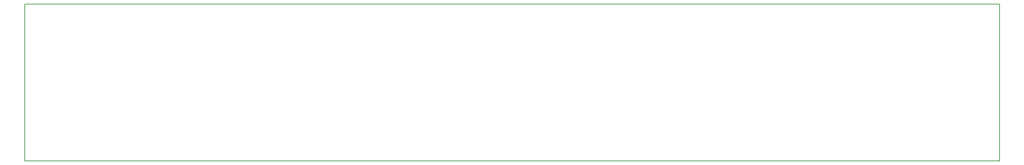
<source format=gm1>
G04 #@! TF.FileFunction,Profile,NP*
%FSLAX46Y46*%
G04 Gerber Fmt 4.6, Leading zero omitted, Abs format (unit mm)*
G04 Created by KiCad (PCBNEW 4.0.7-e2-6376~58~ubuntu14.04.1) date Sun Mar  4 07:56:53 2018*
%MOMM*%
%LPD*%
G01*
G04 APERTURE LIST*
%ADD10C,0.100000*%
%ADD11C,0.150000*%
G04 APERTURE END LIST*
D10*
D11*
X266700000Y-91440000D02*
X266700000Y-90805000D01*
X266700000Y-52705000D02*
X266700000Y-90805000D01*
X26670000Y-91440000D02*
X266700000Y-91440000D01*
X26670000Y-90805000D02*
X26670000Y-91440000D01*
X26670000Y-52705000D02*
X266700000Y-52705000D01*
X26670000Y-90805000D02*
X26670000Y-52705000D01*
M02*

</source>
